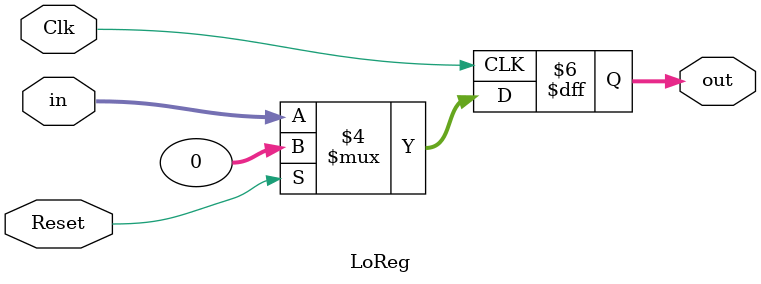
<source format=v>
`timescale 1ns / 1ps


module LoReg(in, out, Reset, Clk);

	input [31:0] in;
	input Reset, Clk;

	output reg [31:0] out;

    always@(posedge Clk) begin
        if (Reset == 1) begin
            out <= 0;
        end
        else begin
            out <= in;
        end
    end

endmodule

</source>
